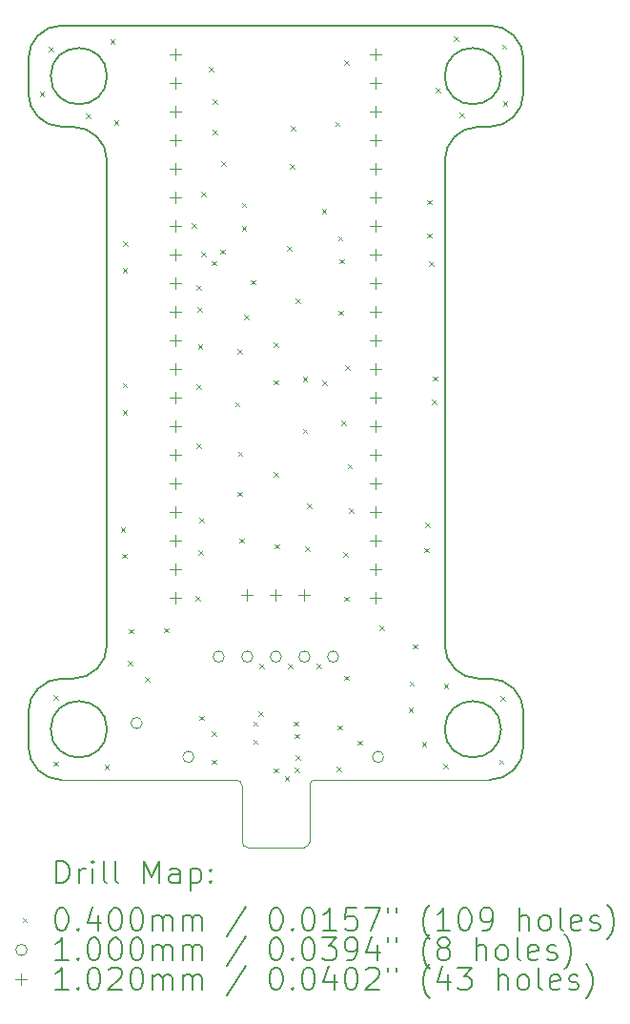
<source format=gbr>
%TF.GenerationSoftware,KiCad,Pcbnew,8.99.0-unknown-120b06f916~181~ubuntu22.04.1*%
%TF.CreationDate,2024-11-21T04:21:53-08:00*%
%TF.ProjectId,gb_video_pico_breakout,67625f76-6964-4656-9f5f-7069636f5f62,rev?*%
%TF.SameCoordinates,Original*%
%TF.FileFunction,Drillmap*%
%TF.FilePolarity,Positive*%
%FSLAX45Y45*%
G04 Gerber Fmt 4.5, Leading zero omitted, Abs format (unit mm)*
G04 Created by KiCad (PCBNEW 8.99.0-unknown-120b06f916~181~ubuntu22.04.1) date 2024-11-21 04:21:53*
%MOMM*%
%LPD*%
G01*
G04 APERTURE LIST*
%ADD10C,0.200000*%
%ADD11C,0.100000*%
%ADD12C,0.102000*%
G04 APERTURE END LIST*
D10*
X13492132Y-6050000D02*
G75*
G02*
X12992132Y-6050000I-250000J0D01*
G01*
X12992132Y-6050000D02*
G75*
G02*
X13492132Y-6050000I250000J0D01*
G01*
X16892132Y-5600000D02*
X13092132Y-5600000D01*
X13092132Y-6500000D02*
G75*
G02*
X12792130Y-6200000I-2J300000D01*
G01*
X13192132Y-11400000D02*
X13092132Y-11400000D01*
X12792132Y-5900000D02*
G75*
G02*
X13092132Y-5600002I299998J0D01*
G01*
X13192132Y-6500000D02*
G75*
G02*
X13492130Y-6800000I-2J-300000D01*
G01*
X16792132Y-11400000D02*
X16892132Y-11400000D01*
X16892132Y-5600000D02*
G75*
G02*
X17192130Y-5900000I-2J-300000D01*
G01*
X16892132Y-11400000D02*
G75*
G02*
X17192130Y-11700000I-2J-300000D01*
G01*
X12792132Y-6200000D02*
X12792132Y-5900000D01*
X13492132Y-6800000D02*
X13492132Y-11100000D01*
D11*
X14742132Y-12900000D02*
G75*
G02*
X14692130Y-12850000I-2J50000D01*
G01*
X14742132Y-12900000D02*
X15242132Y-12900000D01*
D10*
X17192132Y-12000000D02*
G75*
G02*
X16892132Y-12300002I-300002J0D01*
G01*
D11*
X15342132Y-12300000D02*
X16892132Y-12300000D01*
D10*
X12792132Y-12000000D02*
X12792132Y-11700000D01*
D11*
X14642132Y-12300000D02*
G75*
G02*
X14692130Y-12350000I-2J-50000D01*
G01*
D10*
X16792132Y-6500000D02*
X16892132Y-6500000D01*
X12792132Y-11700000D02*
G75*
G02*
X13092132Y-11400002I299998J0D01*
G01*
D11*
X13092132Y-12300000D02*
X14642132Y-12300000D01*
D10*
X13492132Y-11100000D02*
G75*
G02*
X13192132Y-11400002I-300002J0D01*
G01*
X13492132Y-11850000D02*
G75*
G02*
X12992132Y-11850000I-250000J0D01*
G01*
X12992132Y-11850000D02*
G75*
G02*
X13492132Y-11850000I250000J0D01*
G01*
X16492132Y-6800000D02*
X16492132Y-11100000D01*
X16492132Y-6800000D02*
G75*
G02*
X16792132Y-6500002I299998J0D01*
G01*
X17192132Y-5900000D02*
X17192132Y-6200000D01*
X17192132Y-12000000D02*
X17192132Y-11700000D01*
D11*
X15292132Y-12850000D02*
X15292132Y-12350000D01*
D10*
X16992132Y-6050000D02*
G75*
G02*
X16492132Y-6050000I-250000J0D01*
G01*
X16492132Y-6050000D02*
G75*
G02*
X16992132Y-6050000I250000J0D01*
G01*
D11*
X15292132Y-12850000D02*
G75*
G02*
X15242132Y-12900002I-50002J0D01*
G01*
D10*
X16792132Y-11400000D02*
G75*
G02*
X16492130Y-11100000I-2J300000D01*
G01*
X17192132Y-6200000D02*
G75*
G02*
X16892132Y-6500002I-300002J0D01*
G01*
X13092132Y-12300000D02*
G75*
G02*
X12792130Y-12000000I-2J300000D01*
G01*
D11*
X14692132Y-12850000D02*
X14692132Y-12350000D01*
X15292132Y-12350000D02*
G75*
G02*
X15342132Y-12300002I49998J0D01*
G01*
D10*
X13192132Y-6500000D02*
X13092132Y-6500000D01*
X16992132Y-11850000D02*
G75*
G02*
X16492132Y-11850000I-250000J0D01*
G01*
X16492132Y-11850000D02*
G75*
G02*
X16992132Y-11850000I250000J0D01*
G01*
D11*
X12895000Y-6190000D02*
X12935000Y-6230000D01*
X12935000Y-6190000D02*
X12895000Y-6230000D01*
X12975000Y-5790000D02*
X13015000Y-5830000D01*
X13015000Y-5790000D02*
X12975000Y-5830000D01*
X13015000Y-11550000D02*
X13055000Y-11590000D01*
X13055000Y-11550000D02*
X13015000Y-11590000D01*
X13015000Y-12135000D02*
X13055000Y-12175000D01*
X13055000Y-12135000D02*
X13015000Y-12175000D01*
X13305000Y-6385000D02*
X13345000Y-6425000D01*
X13345000Y-6385000D02*
X13305000Y-6425000D01*
X13470000Y-12165000D02*
X13510000Y-12205000D01*
X13510000Y-12165000D02*
X13470000Y-12205000D01*
X13520000Y-5725000D02*
X13560000Y-5765000D01*
X13560000Y-5725000D02*
X13520000Y-5765000D01*
X13555000Y-6445000D02*
X13595000Y-6485000D01*
X13595000Y-6445000D02*
X13555000Y-6485000D01*
X13615000Y-10060000D02*
X13655000Y-10100000D01*
X13655000Y-10060000D02*
X13615000Y-10100000D01*
X13625000Y-10290000D02*
X13665000Y-10330000D01*
X13665000Y-10290000D02*
X13625000Y-10330000D01*
X13630000Y-7755000D02*
X13670000Y-7795000D01*
X13670000Y-7755000D02*
X13630000Y-7795000D01*
X13630000Y-8775000D02*
X13670000Y-8815000D01*
X13670000Y-8775000D02*
X13630000Y-8815000D01*
X13630000Y-9015000D02*
X13670000Y-9055000D01*
X13670000Y-9015000D02*
X13630000Y-9055000D01*
X13635000Y-7515000D02*
X13675000Y-7555000D01*
X13675000Y-7515000D02*
X13635000Y-7555000D01*
X13680000Y-11240000D02*
X13720000Y-11280000D01*
X13720000Y-11240000D02*
X13680000Y-11280000D01*
X13685000Y-10960000D02*
X13725000Y-11000000D01*
X13725000Y-10960000D02*
X13685000Y-11000000D01*
X13830000Y-11385000D02*
X13870000Y-11425000D01*
X13870000Y-11385000D02*
X13830000Y-11425000D01*
X14000000Y-10950000D02*
X14040000Y-10990000D01*
X14040000Y-10950000D02*
X14000000Y-10990000D01*
X14245000Y-7355000D02*
X14285000Y-7395000D01*
X14285000Y-7355000D02*
X14245000Y-7395000D01*
X14280000Y-10665000D02*
X14320000Y-10705000D01*
X14320000Y-10665000D02*
X14280000Y-10705000D01*
X14285000Y-7905000D02*
X14325000Y-7945000D01*
X14325000Y-7905000D02*
X14285000Y-7945000D01*
X14285000Y-9315000D02*
X14325000Y-9355000D01*
X14325000Y-9315000D02*
X14285000Y-9355000D01*
X14290000Y-8790000D02*
X14330000Y-8830000D01*
X14330000Y-8790000D02*
X14290000Y-8830000D01*
X14295000Y-8100000D02*
X14335000Y-8140000D01*
X14335000Y-8100000D02*
X14295000Y-8140000D01*
X14300000Y-8430000D02*
X14340000Y-8470000D01*
X14340000Y-8430000D02*
X14300000Y-8470000D01*
X14305000Y-10260000D02*
X14345000Y-10300000D01*
X14345000Y-10260000D02*
X14305000Y-10300000D01*
X14310000Y-9970000D02*
X14350000Y-10010000D01*
X14350000Y-9970000D02*
X14310000Y-10010000D01*
X14315000Y-11730000D02*
X14355000Y-11770000D01*
X14355000Y-11730000D02*
X14315000Y-11770000D01*
X14330000Y-7080000D02*
X14370000Y-7120000D01*
X14370000Y-7080000D02*
X14330000Y-7120000D01*
X14330000Y-7610000D02*
X14370000Y-7650000D01*
X14370000Y-7610000D02*
X14330000Y-7650000D01*
X14400000Y-5970000D02*
X14440000Y-6010000D01*
X14440000Y-5970000D02*
X14400000Y-6010000D01*
X14420000Y-7690000D02*
X14460000Y-7730000D01*
X14460000Y-7690000D02*
X14420000Y-7730000D01*
X14425000Y-11870000D02*
X14465000Y-11910000D01*
X14465000Y-11870000D02*
X14425000Y-11910000D01*
X14425000Y-12120000D02*
X14465000Y-12160000D01*
X14465000Y-12120000D02*
X14425000Y-12160000D01*
X14430000Y-6255000D02*
X14470000Y-6295000D01*
X14470000Y-6255000D02*
X14430000Y-6295000D01*
X14430000Y-6525000D02*
X14470000Y-6565000D01*
X14470000Y-6525000D02*
X14430000Y-6565000D01*
X14500000Y-7590000D02*
X14540000Y-7630000D01*
X14540000Y-7590000D02*
X14500000Y-7630000D01*
X14505000Y-6805000D02*
X14545000Y-6845000D01*
X14545000Y-6805000D02*
X14505000Y-6845000D01*
X14630000Y-8945000D02*
X14670000Y-8985000D01*
X14670000Y-8945000D02*
X14630000Y-8985000D01*
X14650000Y-8475000D02*
X14690000Y-8515000D01*
X14690000Y-8475000D02*
X14650000Y-8515000D01*
X14650000Y-9740000D02*
X14690000Y-9780000D01*
X14690000Y-9740000D02*
X14650000Y-9780000D01*
X14655000Y-9385000D02*
X14695000Y-9425000D01*
X14695000Y-9385000D02*
X14655000Y-9425000D01*
X14665000Y-10155000D02*
X14705000Y-10195000D01*
X14705000Y-10155000D02*
X14665000Y-10195000D01*
X14690000Y-7175000D02*
X14730000Y-7215000D01*
X14730000Y-7175000D02*
X14690000Y-7215000D01*
X14690000Y-7380000D02*
X14730000Y-7420000D01*
X14730000Y-7380000D02*
X14690000Y-7420000D01*
X14710000Y-8170000D02*
X14750000Y-8210000D01*
X14750000Y-8170000D02*
X14710000Y-8210000D01*
X14770000Y-7860000D02*
X14810000Y-7900000D01*
X14810000Y-7860000D02*
X14770000Y-7900000D01*
X14790000Y-11780000D02*
X14830000Y-11820000D01*
X14830000Y-11780000D02*
X14790000Y-11820000D01*
X14790000Y-11940000D02*
X14830000Y-11980000D01*
X14830000Y-11940000D02*
X14790000Y-11980000D01*
X14840000Y-11690000D02*
X14880000Y-11730000D01*
X14880000Y-11690000D02*
X14840000Y-11730000D01*
X14845000Y-11265000D02*
X14885000Y-11305000D01*
X14885000Y-11265000D02*
X14845000Y-11305000D01*
X14970000Y-8415000D02*
X15010000Y-8455000D01*
X15010000Y-8415000D02*
X14970000Y-8455000D01*
X14970000Y-8750000D02*
X15010000Y-8790000D01*
X15010000Y-8750000D02*
X14970000Y-8790000D01*
X14971583Y-12195000D02*
X15011583Y-12235000D01*
X15011583Y-12195000D02*
X14971583Y-12235000D01*
X14975000Y-9565000D02*
X15015000Y-9605000D01*
X15015000Y-9565000D02*
X14975000Y-9605000D01*
X14980000Y-10205000D02*
X15020000Y-10245000D01*
X15020000Y-10205000D02*
X14980000Y-10245000D01*
X15070000Y-12265000D02*
X15110000Y-12305000D01*
X15110000Y-12265000D02*
X15070000Y-12305000D01*
X15090000Y-7560000D02*
X15130000Y-7600000D01*
X15130000Y-7560000D02*
X15090000Y-7600000D01*
X15100000Y-11270000D02*
X15140000Y-11310000D01*
X15140000Y-11270000D02*
X15100000Y-11310000D01*
X15115000Y-6830000D02*
X15155000Y-6870000D01*
X15155000Y-6830000D02*
X15115000Y-6870000D01*
X15125000Y-6495000D02*
X15165000Y-6535000D01*
X15165000Y-6495000D02*
X15125000Y-6535000D01*
X15150000Y-11780000D02*
X15190000Y-11820000D01*
X15190000Y-11780000D02*
X15150000Y-11820000D01*
X15160000Y-11890000D02*
X15200000Y-11930000D01*
X15200000Y-11890000D02*
X15160000Y-11930000D01*
X15160000Y-12190000D02*
X15200000Y-12230000D01*
X15200000Y-12190000D02*
X15160000Y-12230000D01*
X15165000Y-8025000D02*
X15205000Y-8065000D01*
X15205000Y-8025000D02*
X15165000Y-8065000D01*
X15165000Y-12080000D02*
X15205000Y-12120000D01*
X15205000Y-12080000D02*
X15165000Y-12120000D01*
X15230000Y-8720000D02*
X15270000Y-8760000D01*
X15270000Y-8720000D02*
X15230000Y-8760000D01*
X15230000Y-9180000D02*
X15270000Y-9220000D01*
X15270000Y-9180000D02*
X15230000Y-9220000D01*
X15250000Y-10225000D02*
X15290000Y-10265000D01*
X15290000Y-10225000D02*
X15250000Y-10265000D01*
X15270000Y-9845000D02*
X15310000Y-9885000D01*
X15310000Y-9845000D02*
X15270000Y-9885000D01*
X15355000Y-11270000D02*
X15395000Y-11310000D01*
X15395000Y-11270000D02*
X15355000Y-11310000D01*
X15400000Y-7230000D02*
X15440000Y-7270000D01*
X15440000Y-7230000D02*
X15400000Y-7270000D01*
X15405000Y-8755000D02*
X15445000Y-8795000D01*
X15445000Y-8755000D02*
X15405000Y-8795000D01*
X15520000Y-6455000D02*
X15560000Y-6495000D01*
X15560000Y-6455000D02*
X15520000Y-6495000D01*
X15530000Y-12185000D02*
X15570000Y-12225000D01*
X15570000Y-12185000D02*
X15530000Y-12225000D01*
X15540000Y-11815000D02*
X15580000Y-11855000D01*
X15580000Y-11815000D02*
X15540000Y-11855000D01*
X15545000Y-7470000D02*
X15585000Y-7510000D01*
X15585000Y-7470000D02*
X15545000Y-7510000D01*
X15550000Y-8130000D02*
X15590000Y-8170000D01*
X15590000Y-8130000D02*
X15550000Y-8170000D01*
X15555000Y-7675000D02*
X15595000Y-7715000D01*
X15595000Y-7675000D02*
X15555000Y-7715000D01*
X15575000Y-9110000D02*
X15615000Y-9150000D01*
X15615000Y-9110000D02*
X15575000Y-9150000D01*
X15590000Y-10280000D02*
X15630000Y-10320000D01*
X15630000Y-10280000D02*
X15590000Y-10320000D01*
X15600000Y-5910000D02*
X15640000Y-5950000D01*
X15640000Y-5910000D02*
X15600000Y-5950000D01*
X15600000Y-10670000D02*
X15640000Y-10710000D01*
X15640000Y-10670000D02*
X15600000Y-10710000D01*
X15600000Y-11375000D02*
X15640000Y-11415000D01*
X15640000Y-11375000D02*
X15600000Y-11415000D01*
X15605000Y-8615000D02*
X15645000Y-8655000D01*
X15645000Y-8615000D02*
X15605000Y-8655000D01*
X15630000Y-9495000D02*
X15670000Y-9535000D01*
X15670000Y-9495000D02*
X15630000Y-9535000D01*
X15640000Y-9890000D02*
X15680000Y-9930000D01*
X15680000Y-9890000D02*
X15640000Y-9930000D01*
X15720000Y-11950000D02*
X15760000Y-11990000D01*
X15760000Y-11950000D02*
X15720000Y-11990000D01*
X15915000Y-10930000D02*
X15955000Y-10970000D01*
X15955000Y-10930000D02*
X15915000Y-10970000D01*
X16170000Y-11660000D02*
X16210000Y-11700000D01*
X16210000Y-11660000D02*
X16170000Y-11700000D01*
X16180000Y-11425000D02*
X16220000Y-11465000D01*
X16220000Y-11425000D02*
X16180000Y-11465000D01*
X16210000Y-11095000D02*
X16250000Y-11135000D01*
X16250000Y-11095000D02*
X16210000Y-11135000D01*
X16290000Y-11960000D02*
X16330000Y-12000000D01*
X16330000Y-11960000D02*
X16290000Y-12000000D01*
X16310000Y-10240000D02*
X16350000Y-10280000D01*
X16350000Y-10240000D02*
X16310000Y-10280000D01*
X16320000Y-10015000D02*
X16360000Y-10055000D01*
X16360000Y-10015000D02*
X16320000Y-10055000D01*
X16335000Y-7150000D02*
X16375000Y-7190000D01*
X16375000Y-7150000D02*
X16335000Y-7190000D01*
X16335000Y-7445000D02*
X16375000Y-7485000D01*
X16375000Y-7445000D02*
X16335000Y-7485000D01*
X16355000Y-7695000D02*
X16395000Y-7735000D01*
X16395000Y-7695000D02*
X16355000Y-7735000D01*
X16380000Y-8920000D02*
X16420000Y-8960000D01*
X16420000Y-8920000D02*
X16380000Y-8960000D01*
X16385000Y-8715000D02*
X16425000Y-8755000D01*
X16425000Y-8715000D02*
X16385000Y-8755000D01*
X16415000Y-6155000D02*
X16455000Y-6195000D01*
X16455000Y-6155000D02*
X16415000Y-6195000D01*
X16480000Y-12155000D02*
X16520000Y-12195000D01*
X16520000Y-12155000D02*
X16480000Y-12195000D01*
X16485000Y-11445000D02*
X16525000Y-11485000D01*
X16525000Y-11445000D02*
X16485000Y-11485000D01*
X16575000Y-5700000D02*
X16615000Y-5740000D01*
X16615000Y-5700000D02*
X16575000Y-5740000D01*
X16625000Y-6375000D02*
X16665000Y-6415000D01*
X16665000Y-6375000D02*
X16625000Y-6415000D01*
X16975000Y-12120000D02*
X17015000Y-12160000D01*
X17015000Y-12120000D02*
X16975000Y-12160000D01*
X16985000Y-11555000D02*
X17025000Y-11595000D01*
X17025000Y-11555000D02*
X16985000Y-11595000D01*
X17000000Y-5770000D02*
X17040000Y-5810000D01*
X17040000Y-5770000D02*
X17000000Y-5810000D01*
X17010000Y-6275000D02*
X17050000Y-6315000D01*
X17050000Y-6275000D02*
X17010000Y-6315000D01*
X13805000Y-11795000D02*
G75*
G02*
X13705000Y-11795000I-50000J0D01*
G01*
X13705000Y-11795000D02*
G75*
G02*
X13805000Y-11795000I50000J0D01*
G01*
X14265000Y-12095000D02*
G75*
G02*
X14165000Y-12095000I-50000J0D01*
G01*
X14165000Y-12095000D02*
G75*
G02*
X14265000Y-12095000I50000J0D01*
G01*
X14534083Y-11205000D02*
G75*
G02*
X14434083Y-11205000I-50000J0D01*
G01*
X14434083Y-11205000D02*
G75*
G02*
X14534083Y-11205000I50000J0D01*
G01*
X14788083Y-11205000D02*
G75*
G02*
X14688083Y-11205000I-50000J0D01*
G01*
X14688083Y-11205000D02*
G75*
G02*
X14788083Y-11205000I50000J0D01*
G01*
X15042083Y-11205000D02*
G75*
G02*
X14942083Y-11205000I-50000J0D01*
G01*
X14942083Y-11205000D02*
G75*
G02*
X15042083Y-11205000I50000J0D01*
G01*
X15296083Y-11205000D02*
G75*
G02*
X15196083Y-11205000I-50000J0D01*
G01*
X15196083Y-11205000D02*
G75*
G02*
X15296083Y-11205000I50000J0D01*
G01*
X15550083Y-11205000D02*
G75*
G02*
X15450083Y-11205000I-50000J0D01*
G01*
X15450083Y-11205000D02*
G75*
G02*
X15550083Y-11205000I50000J0D01*
G01*
X15950000Y-12095000D02*
G75*
G02*
X15850000Y-12095000I-50000J0D01*
G01*
X15850000Y-12095000D02*
G75*
G02*
X15950000Y-12095000I50000J0D01*
G01*
D12*
X14102583Y-5806000D02*
X14102583Y-5908000D01*
X14051583Y-5857000D02*
X14153583Y-5857000D01*
X14102583Y-6060000D02*
X14102583Y-6162000D01*
X14051583Y-6111000D02*
X14153583Y-6111000D01*
X14102583Y-6314000D02*
X14102583Y-6416000D01*
X14051583Y-6365000D02*
X14153583Y-6365000D01*
X14102583Y-6568000D02*
X14102583Y-6670000D01*
X14051583Y-6619000D02*
X14153583Y-6619000D01*
X14102583Y-6822000D02*
X14102583Y-6924000D01*
X14051583Y-6873000D02*
X14153583Y-6873000D01*
X14102583Y-7076000D02*
X14102583Y-7178000D01*
X14051583Y-7127000D02*
X14153583Y-7127000D01*
X14102583Y-7330000D02*
X14102583Y-7432000D01*
X14051583Y-7381000D02*
X14153583Y-7381000D01*
X14102583Y-7584000D02*
X14102583Y-7686000D01*
X14051583Y-7635000D02*
X14153583Y-7635000D01*
X14102583Y-7838000D02*
X14102583Y-7940000D01*
X14051583Y-7889000D02*
X14153583Y-7889000D01*
X14102583Y-8092000D02*
X14102583Y-8194000D01*
X14051583Y-8143000D02*
X14153583Y-8143000D01*
X14102583Y-8346000D02*
X14102583Y-8448000D01*
X14051583Y-8397000D02*
X14153583Y-8397000D01*
X14102583Y-8600000D02*
X14102583Y-8702000D01*
X14051583Y-8651000D02*
X14153583Y-8651000D01*
X14102583Y-8854000D02*
X14102583Y-8956000D01*
X14051583Y-8905000D02*
X14153583Y-8905000D01*
X14102583Y-9108000D02*
X14102583Y-9210000D01*
X14051583Y-9159000D02*
X14153583Y-9159000D01*
X14102583Y-9362000D02*
X14102583Y-9464000D01*
X14051583Y-9413000D02*
X14153583Y-9413000D01*
X14102583Y-9616000D02*
X14102583Y-9718000D01*
X14051583Y-9667000D02*
X14153583Y-9667000D01*
X14102583Y-9870000D02*
X14102583Y-9972000D01*
X14051583Y-9921000D02*
X14153583Y-9921000D01*
X14102583Y-10124000D02*
X14102583Y-10226000D01*
X14051583Y-10175000D02*
X14153583Y-10175000D01*
X14102583Y-10378000D02*
X14102583Y-10480000D01*
X14051583Y-10429000D02*
X14153583Y-10429000D01*
X14102583Y-10632000D02*
X14102583Y-10734000D01*
X14051583Y-10683000D02*
X14153583Y-10683000D01*
X14737583Y-10609000D02*
X14737583Y-10711000D01*
X14686583Y-10660000D02*
X14788583Y-10660000D01*
X14991583Y-10609000D02*
X14991583Y-10711000D01*
X14940583Y-10660000D02*
X15042583Y-10660000D01*
X15245583Y-10609000D02*
X15245583Y-10711000D01*
X15194583Y-10660000D02*
X15296583Y-10660000D01*
X15880583Y-5806000D02*
X15880583Y-5908000D01*
X15829583Y-5857000D02*
X15931583Y-5857000D01*
X15880583Y-6060000D02*
X15880583Y-6162000D01*
X15829583Y-6111000D02*
X15931583Y-6111000D01*
X15880583Y-6314000D02*
X15880583Y-6416000D01*
X15829583Y-6365000D02*
X15931583Y-6365000D01*
X15880583Y-6568000D02*
X15880583Y-6670000D01*
X15829583Y-6619000D02*
X15931583Y-6619000D01*
X15880583Y-6822000D02*
X15880583Y-6924000D01*
X15829583Y-6873000D02*
X15931583Y-6873000D01*
X15880583Y-7076000D02*
X15880583Y-7178000D01*
X15829583Y-7127000D02*
X15931583Y-7127000D01*
X15880583Y-7330000D02*
X15880583Y-7432000D01*
X15829583Y-7381000D02*
X15931583Y-7381000D01*
X15880583Y-7584000D02*
X15880583Y-7686000D01*
X15829583Y-7635000D02*
X15931583Y-7635000D01*
X15880583Y-7838000D02*
X15880583Y-7940000D01*
X15829583Y-7889000D02*
X15931583Y-7889000D01*
X15880583Y-8092000D02*
X15880583Y-8194000D01*
X15829583Y-8143000D02*
X15931583Y-8143000D01*
X15880583Y-8346000D02*
X15880583Y-8448000D01*
X15829583Y-8397000D02*
X15931583Y-8397000D01*
X15880583Y-8600000D02*
X15880583Y-8702000D01*
X15829583Y-8651000D02*
X15931583Y-8651000D01*
X15880583Y-8854000D02*
X15880583Y-8956000D01*
X15829583Y-8905000D02*
X15931583Y-8905000D01*
X15880583Y-9108000D02*
X15880583Y-9210000D01*
X15829583Y-9159000D02*
X15931583Y-9159000D01*
X15880583Y-9362000D02*
X15880583Y-9464000D01*
X15829583Y-9413000D02*
X15931583Y-9413000D01*
X15880583Y-9616000D02*
X15880583Y-9718000D01*
X15829583Y-9667000D02*
X15931583Y-9667000D01*
X15880583Y-9870000D02*
X15880583Y-9972000D01*
X15829583Y-9921000D02*
X15931583Y-9921000D01*
X15880583Y-10124000D02*
X15880583Y-10226000D01*
X15829583Y-10175000D02*
X15931583Y-10175000D01*
X15880583Y-10378000D02*
X15880583Y-10480000D01*
X15829583Y-10429000D02*
X15931583Y-10429000D01*
X15880583Y-10632000D02*
X15880583Y-10734000D01*
X15829583Y-10683000D02*
X15931583Y-10683000D01*
D10*
X13042909Y-13216484D02*
X13042909Y-13016484D01*
X13042909Y-13016484D02*
X13090528Y-13016484D01*
X13090528Y-13016484D02*
X13119099Y-13026008D01*
X13119099Y-13026008D02*
X13138147Y-13045055D01*
X13138147Y-13045055D02*
X13147671Y-13064103D01*
X13147671Y-13064103D02*
X13157194Y-13102198D01*
X13157194Y-13102198D02*
X13157194Y-13130769D01*
X13157194Y-13130769D02*
X13147671Y-13168865D01*
X13147671Y-13168865D02*
X13138147Y-13187912D01*
X13138147Y-13187912D02*
X13119099Y-13206960D01*
X13119099Y-13206960D02*
X13090528Y-13216484D01*
X13090528Y-13216484D02*
X13042909Y-13216484D01*
X13242909Y-13216484D02*
X13242909Y-13083150D01*
X13242909Y-13121246D02*
X13252433Y-13102198D01*
X13252433Y-13102198D02*
X13261956Y-13092674D01*
X13261956Y-13092674D02*
X13281004Y-13083150D01*
X13281004Y-13083150D02*
X13300052Y-13083150D01*
X13366718Y-13216484D02*
X13366718Y-13083150D01*
X13366718Y-13016484D02*
X13357194Y-13026008D01*
X13357194Y-13026008D02*
X13366718Y-13035531D01*
X13366718Y-13035531D02*
X13376242Y-13026008D01*
X13376242Y-13026008D02*
X13366718Y-13016484D01*
X13366718Y-13016484D02*
X13366718Y-13035531D01*
X13490528Y-13216484D02*
X13471480Y-13206960D01*
X13471480Y-13206960D02*
X13461956Y-13187912D01*
X13461956Y-13187912D02*
X13461956Y-13016484D01*
X13595290Y-13216484D02*
X13576242Y-13206960D01*
X13576242Y-13206960D02*
X13566718Y-13187912D01*
X13566718Y-13187912D02*
X13566718Y-13016484D01*
X13823861Y-13216484D02*
X13823861Y-13016484D01*
X13823861Y-13016484D02*
X13890528Y-13159341D01*
X13890528Y-13159341D02*
X13957194Y-13016484D01*
X13957194Y-13016484D02*
X13957194Y-13216484D01*
X14138147Y-13216484D02*
X14138147Y-13111722D01*
X14138147Y-13111722D02*
X14128623Y-13092674D01*
X14128623Y-13092674D02*
X14109575Y-13083150D01*
X14109575Y-13083150D02*
X14071480Y-13083150D01*
X14071480Y-13083150D02*
X14052433Y-13092674D01*
X14138147Y-13206960D02*
X14119099Y-13216484D01*
X14119099Y-13216484D02*
X14071480Y-13216484D01*
X14071480Y-13216484D02*
X14052433Y-13206960D01*
X14052433Y-13206960D02*
X14042909Y-13187912D01*
X14042909Y-13187912D02*
X14042909Y-13168865D01*
X14042909Y-13168865D02*
X14052433Y-13149817D01*
X14052433Y-13149817D02*
X14071480Y-13140293D01*
X14071480Y-13140293D02*
X14119099Y-13140293D01*
X14119099Y-13140293D02*
X14138147Y-13130769D01*
X14233385Y-13083150D02*
X14233385Y-13283150D01*
X14233385Y-13092674D02*
X14252433Y-13083150D01*
X14252433Y-13083150D02*
X14290528Y-13083150D01*
X14290528Y-13083150D02*
X14309575Y-13092674D01*
X14309575Y-13092674D02*
X14319099Y-13102198D01*
X14319099Y-13102198D02*
X14328623Y-13121246D01*
X14328623Y-13121246D02*
X14328623Y-13178388D01*
X14328623Y-13178388D02*
X14319099Y-13197436D01*
X14319099Y-13197436D02*
X14309575Y-13206960D01*
X14309575Y-13206960D02*
X14290528Y-13216484D01*
X14290528Y-13216484D02*
X14252433Y-13216484D01*
X14252433Y-13216484D02*
X14233385Y-13206960D01*
X14414337Y-13197436D02*
X14423861Y-13206960D01*
X14423861Y-13206960D02*
X14414337Y-13216484D01*
X14414337Y-13216484D02*
X14404814Y-13206960D01*
X14404814Y-13206960D02*
X14414337Y-13197436D01*
X14414337Y-13197436D02*
X14414337Y-13216484D01*
X14414337Y-13092674D02*
X14423861Y-13102198D01*
X14423861Y-13102198D02*
X14414337Y-13111722D01*
X14414337Y-13111722D02*
X14404814Y-13102198D01*
X14404814Y-13102198D02*
X14414337Y-13092674D01*
X14414337Y-13092674D02*
X14414337Y-13111722D01*
D11*
X12742132Y-13525000D02*
X12782132Y-13565000D01*
X12782132Y-13525000D02*
X12742132Y-13565000D01*
D10*
X13081004Y-13436484D02*
X13100052Y-13436484D01*
X13100052Y-13436484D02*
X13119099Y-13446008D01*
X13119099Y-13446008D02*
X13128623Y-13455531D01*
X13128623Y-13455531D02*
X13138147Y-13474579D01*
X13138147Y-13474579D02*
X13147671Y-13512674D01*
X13147671Y-13512674D02*
X13147671Y-13560293D01*
X13147671Y-13560293D02*
X13138147Y-13598388D01*
X13138147Y-13598388D02*
X13128623Y-13617436D01*
X13128623Y-13617436D02*
X13119099Y-13626960D01*
X13119099Y-13626960D02*
X13100052Y-13636484D01*
X13100052Y-13636484D02*
X13081004Y-13636484D01*
X13081004Y-13636484D02*
X13061956Y-13626960D01*
X13061956Y-13626960D02*
X13052433Y-13617436D01*
X13052433Y-13617436D02*
X13042909Y-13598388D01*
X13042909Y-13598388D02*
X13033385Y-13560293D01*
X13033385Y-13560293D02*
X13033385Y-13512674D01*
X13033385Y-13512674D02*
X13042909Y-13474579D01*
X13042909Y-13474579D02*
X13052433Y-13455531D01*
X13052433Y-13455531D02*
X13061956Y-13446008D01*
X13061956Y-13446008D02*
X13081004Y-13436484D01*
X13233385Y-13617436D02*
X13242909Y-13626960D01*
X13242909Y-13626960D02*
X13233385Y-13636484D01*
X13233385Y-13636484D02*
X13223861Y-13626960D01*
X13223861Y-13626960D02*
X13233385Y-13617436D01*
X13233385Y-13617436D02*
X13233385Y-13636484D01*
X13414337Y-13503150D02*
X13414337Y-13636484D01*
X13366718Y-13426960D02*
X13319099Y-13569817D01*
X13319099Y-13569817D02*
X13442909Y-13569817D01*
X13557194Y-13436484D02*
X13576242Y-13436484D01*
X13576242Y-13436484D02*
X13595290Y-13446008D01*
X13595290Y-13446008D02*
X13604814Y-13455531D01*
X13604814Y-13455531D02*
X13614337Y-13474579D01*
X13614337Y-13474579D02*
X13623861Y-13512674D01*
X13623861Y-13512674D02*
X13623861Y-13560293D01*
X13623861Y-13560293D02*
X13614337Y-13598388D01*
X13614337Y-13598388D02*
X13604814Y-13617436D01*
X13604814Y-13617436D02*
X13595290Y-13626960D01*
X13595290Y-13626960D02*
X13576242Y-13636484D01*
X13576242Y-13636484D02*
X13557194Y-13636484D01*
X13557194Y-13636484D02*
X13538147Y-13626960D01*
X13538147Y-13626960D02*
X13528623Y-13617436D01*
X13528623Y-13617436D02*
X13519099Y-13598388D01*
X13519099Y-13598388D02*
X13509575Y-13560293D01*
X13509575Y-13560293D02*
X13509575Y-13512674D01*
X13509575Y-13512674D02*
X13519099Y-13474579D01*
X13519099Y-13474579D02*
X13528623Y-13455531D01*
X13528623Y-13455531D02*
X13538147Y-13446008D01*
X13538147Y-13446008D02*
X13557194Y-13436484D01*
X13747671Y-13436484D02*
X13766718Y-13436484D01*
X13766718Y-13436484D02*
X13785766Y-13446008D01*
X13785766Y-13446008D02*
X13795290Y-13455531D01*
X13795290Y-13455531D02*
X13804814Y-13474579D01*
X13804814Y-13474579D02*
X13814337Y-13512674D01*
X13814337Y-13512674D02*
X13814337Y-13560293D01*
X13814337Y-13560293D02*
X13804814Y-13598388D01*
X13804814Y-13598388D02*
X13795290Y-13617436D01*
X13795290Y-13617436D02*
X13785766Y-13626960D01*
X13785766Y-13626960D02*
X13766718Y-13636484D01*
X13766718Y-13636484D02*
X13747671Y-13636484D01*
X13747671Y-13636484D02*
X13728623Y-13626960D01*
X13728623Y-13626960D02*
X13719099Y-13617436D01*
X13719099Y-13617436D02*
X13709575Y-13598388D01*
X13709575Y-13598388D02*
X13700052Y-13560293D01*
X13700052Y-13560293D02*
X13700052Y-13512674D01*
X13700052Y-13512674D02*
X13709575Y-13474579D01*
X13709575Y-13474579D02*
X13719099Y-13455531D01*
X13719099Y-13455531D02*
X13728623Y-13446008D01*
X13728623Y-13446008D02*
X13747671Y-13436484D01*
X13900052Y-13636484D02*
X13900052Y-13503150D01*
X13900052Y-13522198D02*
X13909575Y-13512674D01*
X13909575Y-13512674D02*
X13928623Y-13503150D01*
X13928623Y-13503150D02*
X13957195Y-13503150D01*
X13957195Y-13503150D02*
X13976242Y-13512674D01*
X13976242Y-13512674D02*
X13985766Y-13531722D01*
X13985766Y-13531722D02*
X13985766Y-13636484D01*
X13985766Y-13531722D02*
X13995290Y-13512674D01*
X13995290Y-13512674D02*
X14014337Y-13503150D01*
X14014337Y-13503150D02*
X14042909Y-13503150D01*
X14042909Y-13503150D02*
X14061956Y-13512674D01*
X14061956Y-13512674D02*
X14071480Y-13531722D01*
X14071480Y-13531722D02*
X14071480Y-13636484D01*
X14166718Y-13636484D02*
X14166718Y-13503150D01*
X14166718Y-13522198D02*
X14176242Y-13512674D01*
X14176242Y-13512674D02*
X14195290Y-13503150D01*
X14195290Y-13503150D02*
X14223861Y-13503150D01*
X14223861Y-13503150D02*
X14242909Y-13512674D01*
X14242909Y-13512674D02*
X14252433Y-13531722D01*
X14252433Y-13531722D02*
X14252433Y-13636484D01*
X14252433Y-13531722D02*
X14261956Y-13512674D01*
X14261956Y-13512674D02*
X14281004Y-13503150D01*
X14281004Y-13503150D02*
X14309575Y-13503150D01*
X14309575Y-13503150D02*
X14328623Y-13512674D01*
X14328623Y-13512674D02*
X14338147Y-13531722D01*
X14338147Y-13531722D02*
X14338147Y-13636484D01*
X14728623Y-13426960D02*
X14557195Y-13684103D01*
X14985766Y-13436484D02*
X15004814Y-13436484D01*
X15004814Y-13436484D02*
X15023861Y-13446008D01*
X15023861Y-13446008D02*
X15033385Y-13455531D01*
X15033385Y-13455531D02*
X15042909Y-13474579D01*
X15042909Y-13474579D02*
X15052433Y-13512674D01*
X15052433Y-13512674D02*
X15052433Y-13560293D01*
X15052433Y-13560293D02*
X15042909Y-13598388D01*
X15042909Y-13598388D02*
X15033385Y-13617436D01*
X15033385Y-13617436D02*
X15023861Y-13626960D01*
X15023861Y-13626960D02*
X15004814Y-13636484D01*
X15004814Y-13636484D02*
X14985766Y-13636484D01*
X14985766Y-13636484D02*
X14966718Y-13626960D01*
X14966718Y-13626960D02*
X14957195Y-13617436D01*
X14957195Y-13617436D02*
X14947671Y-13598388D01*
X14947671Y-13598388D02*
X14938147Y-13560293D01*
X14938147Y-13560293D02*
X14938147Y-13512674D01*
X14938147Y-13512674D02*
X14947671Y-13474579D01*
X14947671Y-13474579D02*
X14957195Y-13455531D01*
X14957195Y-13455531D02*
X14966718Y-13446008D01*
X14966718Y-13446008D02*
X14985766Y-13436484D01*
X15138147Y-13617436D02*
X15147671Y-13626960D01*
X15147671Y-13626960D02*
X15138147Y-13636484D01*
X15138147Y-13636484D02*
X15128623Y-13626960D01*
X15128623Y-13626960D02*
X15138147Y-13617436D01*
X15138147Y-13617436D02*
X15138147Y-13636484D01*
X15271480Y-13436484D02*
X15290528Y-13436484D01*
X15290528Y-13436484D02*
X15309576Y-13446008D01*
X15309576Y-13446008D02*
X15319099Y-13455531D01*
X15319099Y-13455531D02*
X15328623Y-13474579D01*
X15328623Y-13474579D02*
X15338147Y-13512674D01*
X15338147Y-13512674D02*
X15338147Y-13560293D01*
X15338147Y-13560293D02*
X15328623Y-13598388D01*
X15328623Y-13598388D02*
X15319099Y-13617436D01*
X15319099Y-13617436D02*
X15309576Y-13626960D01*
X15309576Y-13626960D02*
X15290528Y-13636484D01*
X15290528Y-13636484D02*
X15271480Y-13636484D01*
X15271480Y-13636484D02*
X15252433Y-13626960D01*
X15252433Y-13626960D02*
X15242909Y-13617436D01*
X15242909Y-13617436D02*
X15233385Y-13598388D01*
X15233385Y-13598388D02*
X15223861Y-13560293D01*
X15223861Y-13560293D02*
X15223861Y-13512674D01*
X15223861Y-13512674D02*
X15233385Y-13474579D01*
X15233385Y-13474579D02*
X15242909Y-13455531D01*
X15242909Y-13455531D02*
X15252433Y-13446008D01*
X15252433Y-13446008D02*
X15271480Y-13436484D01*
X15528623Y-13636484D02*
X15414338Y-13636484D01*
X15471480Y-13636484D02*
X15471480Y-13436484D01*
X15471480Y-13436484D02*
X15452433Y-13465055D01*
X15452433Y-13465055D02*
X15433385Y-13484103D01*
X15433385Y-13484103D02*
X15414338Y-13493627D01*
X15709576Y-13436484D02*
X15614338Y-13436484D01*
X15614338Y-13436484D02*
X15604814Y-13531722D01*
X15604814Y-13531722D02*
X15614338Y-13522198D01*
X15614338Y-13522198D02*
X15633385Y-13512674D01*
X15633385Y-13512674D02*
X15681004Y-13512674D01*
X15681004Y-13512674D02*
X15700052Y-13522198D01*
X15700052Y-13522198D02*
X15709576Y-13531722D01*
X15709576Y-13531722D02*
X15719099Y-13550769D01*
X15719099Y-13550769D02*
X15719099Y-13598388D01*
X15719099Y-13598388D02*
X15709576Y-13617436D01*
X15709576Y-13617436D02*
X15700052Y-13626960D01*
X15700052Y-13626960D02*
X15681004Y-13636484D01*
X15681004Y-13636484D02*
X15633385Y-13636484D01*
X15633385Y-13636484D02*
X15614338Y-13626960D01*
X15614338Y-13626960D02*
X15604814Y-13617436D01*
X15785766Y-13436484D02*
X15919099Y-13436484D01*
X15919099Y-13436484D02*
X15833385Y-13636484D01*
X15985766Y-13436484D02*
X15985766Y-13474579D01*
X16061957Y-13436484D02*
X16061957Y-13474579D01*
X16357195Y-13712674D02*
X16347671Y-13703150D01*
X16347671Y-13703150D02*
X16328623Y-13674579D01*
X16328623Y-13674579D02*
X16319100Y-13655531D01*
X16319100Y-13655531D02*
X16309576Y-13626960D01*
X16309576Y-13626960D02*
X16300052Y-13579341D01*
X16300052Y-13579341D02*
X16300052Y-13541246D01*
X16300052Y-13541246D02*
X16309576Y-13493627D01*
X16309576Y-13493627D02*
X16319100Y-13465055D01*
X16319100Y-13465055D02*
X16328623Y-13446008D01*
X16328623Y-13446008D02*
X16347671Y-13417436D01*
X16347671Y-13417436D02*
X16357195Y-13407912D01*
X16538147Y-13636484D02*
X16423861Y-13636484D01*
X16481004Y-13636484D02*
X16481004Y-13436484D01*
X16481004Y-13436484D02*
X16461957Y-13465055D01*
X16461957Y-13465055D02*
X16442909Y-13484103D01*
X16442909Y-13484103D02*
X16423861Y-13493627D01*
X16661957Y-13436484D02*
X16681004Y-13436484D01*
X16681004Y-13436484D02*
X16700052Y-13446008D01*
X16700052Y-13446008D02*
X16709576Y-13455531D01*
X16709576Y-13455531D02*
X16719100Y-13474579D01*
X16719100Y-13474579D02*
X16728623Y-13512674D01*
X16728623Y-13512674D02*
X16728623Y-13560293D01*
X16728623Y-13560293D02*
X16719100Y-13598388D01*
X16719100Y-13598388D02*
X16709576Y-13617436D01*
X16709576Y-13617436D02*
X16700052Y-13626960D01*
X16700052Y-13626960D02*
X16681004Y-13636484D01*
X16681004Y-13636484D02*
X16661957Y-13636484D01*
X16661957Y-13636484D02*
X16642909Y-13626960D01*
X16642909Y-13626960D02*
X16633385Y-13617436D01*
X16633385Y-13617436D02*
X16623861Y-13598388D01*
X16623861Y-13598388D02*
X16614338Y-13560293D01*
X16614338Y-13560293D02*
X16614338Y-13512674D01*
X16614338Y-13512674D02*
X16623861Y-13474579D01*
X16623861Y-13474579D02*
X16633385Y-13455531D01*
X16633385Y-13455531D02*
X16642909Y-13446008D01*
X16642909Y-13446008D02*
X16661957Y-13436484D01*
X16823862Y-13636484D02*
X16861957Y-13636484D01*
X16861957Y-13636484D02*
X16881004Y-13626960D01*
X16881004Y-13626960D02*
X16890528Y-13617436D01*
X16890528Y-13617436D02*
X16909576Y-13588865D01*
X16909576Y-13588865D02*
X16919100Y-13550769D01*
X16919100Y-13550769D02*
X16919100Y-13474579D01*
X16919100Y-13474579D02*
X16909576Y-13455531D01*
X16909576Y-13455531D02*
X16900052Y-13446008D01*
X16900052Y-13446008D02*
X16881004Y-13436484D01*
X16881004Y-13436484D02*
X16842909Y-13436484D01*
X16842909Y-13436484D02*
X16823862Y-13446008D01*
X16823862Y-13446008D02*
X16814338Y-13455531D01*
X16814338Y-13455531D02*
X16804814Y-13474579D01*
X16804814Y-13474579D02*
X16804814Y-13522198D01*
X16804814Y-13522198D02*
X16814338Y-13541246D01*
X16814338Y-13541246D02*
X16823862Y-13550769D01*
X16823862Y-13550769D02*
X16842909Y-13560293D01*
X16842909Y-13560293D02*
X16881004Y-13560293D01*
X16881004Y-13560293D02*
X16900052Y-13550769D01*
X16900052Y-13550769D02*
X16909576Y-13541246D01*
X16909576Y-13541246D02*
X16919100Y-13522198D01*
X17157195Y-13636484D02*
X17157195Y-13436484D01*
X17242909Y-13636484D02*
X17242909Y-13531722D01*
X17242909Y-13531722D02*
X17233385Y-13512674D01*
X17233385Y-13512674D02*
X17214338Y-13503150D01*
X17214338Y-13503150D02*
X17185766Y-13503150D01*
X17185766Y-13503150D02*
X17166719Y-13512674D01*
X17166719Y-13512674D02*
X17157195Y-13522198D01*
X17366719Y-13636484D02*
X17347671Y-13626960D01*
X17347671Y-13626960D02*
X17338147Y-13617436D01*
X17338147Y-13617436D02*
X17328624Y-13598388D01*
X17328624Y-13598388D02*
X17328624Y-13541246D01*
X17328624Y-13541246D02*
X17338147Y-13522198D01*
X17338147Y-13522198D02*
X17347671Y-13512674D01*
X17347671Y-13512674D02*
X17366719Y-13503150D01*
X17366719Y-13503150D02*
X17395290Y-13503150D01*
X17395290Y-13503150D02*
X17414338Y-13512674D01*
X17414338Y-13512674D02*
X17423862Y-13522198D01*
X17423862Y-13522198D02*
X17433385Y-13541246D01*
X17433385Y-13541246D02*
X17433385Y-13598388D01*
X17433385Y-13598388D02*
X17423862Y-13617436D01*
X17423862Y-13617436D02*
X17414338Y-13626960D01*
X17414338Y-13626960D02*
X17395290Y-13636484D01*
X17395290Y-13636484D02*
X17366719Y-13636484D01*
X17547671Y-13636484D02*
X17528624Y-13626960D01*
X17528624Y-13626960D02*
X17519100Y-13607912D01*
X17519100Y-13607912D02*
X17519100Y-13436484D01*
X17700052Y-13626960D02*
X17681005Y-13636484D01*
X17681005Y-13636484D02*
X17642909Y-13636484D01*
X17642909Y-13636484D02*
X17623862Y-13626960D01*
X17623862Y-13626960D02*
X17614338Y-13607912D01*
X17614338Y-13607912D02*
X17614338Y-13531722D01*
X17614338Y-13531722D02*
X17623862Y-13512674D01*
X17623862Y-13512674D02*
X17642909Y-13503150D01*
X17642909Y-13503150D02*
X17681005Y-13503150D01*
X17681005Y-13503150D02*
X17700052Y-13512674D01*
X17700052Y-13512674D02*
X17709576Y-13531722D01*
X17709576Y-13531722D02*
X17709576Y-13550769D01*
X17709576Y-13550769D02*
X17614338Y-13569817D01*
X17785766Y-13626960D02*
X17804814Y-13636484D01*
X17804814Y-13636484D02*
X17842909Y-13636484D01*
X17842909Y-13636484D02*
X17861957Y-13626960D01*
X17861957Y-13626960D02*
X17871481Y-13607912D01*
X17871481Y-13607912D02*
X17871481Y-13598388D01*
X17871481Y-13598388D02*
X17861957Y-13579341D01*
X17861957Y-13579341D02*
X17842909Y-13569817D01*
X17842909Y-13569817D02*
X17814338Y-13569817D01*
X17814338Y-13569817D02*
X17795290Y-13560293D01*
X17795290Y-13560293D02*
X17785766Y-13541246D01*
X17785766Y-13541246D02*
X17785766Y-13531722D01*
X17785766Y-13531722D02*
X17795290Y-13512674D01*
X17795290Y-13512674D02*
X17814338Y-13503150D01*
X17814338Y-13503150D02*
X17842909Y-13503150D01*
X17842909Y-13503150D02*
X17861957Y-13512674D01*
X17938147Y-13712674D02*
X17947671Y-13703150D01*
X17947671Y-13703150D02*
X17966719Y-13674579D01*
X17966719Y-13674579D02*
X17976243Y-13655531D01*
X17976243Y-13655531D02*
X17985766Y-13626960D01*
X17985766Y-13626960D02*
X17995290Y-13579341D01*
X17995290Y-13579341D02*
X17995290Y-13541246D01*
X17995290Y-13541246D02*
X17985766Y-13493627D01*
X17985766Y-13493627D02*
X17976243Y-13465055D01*
X17976243Y-13465055D02*
X17966719Y-13446008D01*
X17966719Y-13446008D02*
X17947671Y-13417436D01*
X17947671Y-13417436D02*
X17938147Y-13407912D01*
D11*
X12782132Y-13809000D02*
G75*
G02*
X12682132Y-13809000I-50000J0D01*
G01*
X12682132Y-13809000D02*
G75*
G02*
X12782132Y-13809000I50000J0D01*
G01*
D10*
X13147671Y-13900484D02*
X13033385Y-13900484D01*
X13090528Y-13900484D02*
X13090528Y-13700484D01*
X13090528Y-13700484D02*
X13071480Y-13729055D01*
X13071480Y-13729055D02*
X13052433Y-13748103D01*
X13052433Y-13748103D02*
X13033385Y-13757627D01*
X13233385Y-13881436D02*
X13242909Y-13890960D01*
X13242909Y-13890960D02*
X13233385Y-13900484D01*
X13233385Y-13900484D02*
X13223861Y-13890960D01*
X13223861Y-13890960D02*
X13233385Y-13881436D01*
X13233385Y-13881436D02*
X13233385Y-13900484D01*
X13366718Y-13700484D02*
X13385766Y-13700484D01*
X13385766Y-13700484D02*
X13404814Y-13710008D01*
X13404814Y-13710008D02*
X13414337Y-13719531D01*
X13414337Y-13719531D02*
X13423861Y-13738579D01*
X13423861Y-13738579D02*
X13433385Y-13776674D01*
X13433385Y-13776674D02*
X13433385Y-13824293D01*
X13433385Y-13824293D02*
X13423861Y-13862388D01*
X13423861Y-13862388D02*
X13414337Y-13881436D01*
X13414337Y-13881436D02*
X13404814Y-13890960D01*
X13404814Y-13890960D02*
X13385766Y-13900484D01*
X13385766Y-13900484D02*
X13366718Y-13900484D01*
X13366718Y-13900484D02*
X13347671Y-13890960D01*
X13347671Y-13890960D02*
X13338147Y-13881436D01*
X13338147Y-13881436D02*
X13328623Y-13862388D01*
X13328623Y-13862388D02*
X13319099Y-13824293D01*
X13319099Y-13824293D02*
X13319099Y-13776674D01*
X13319099Y-13776674D02*
X13328623Y-13738579D01*
X13328623Y-13738579D02*
X13338147Y-13719531D01*
X13338147Y-13719531D02*
X13347671Y-13710008D01*
X13347671Y-13710008D02*
X13366718Y-13700484D01*
X13557194Y-13700484D02*
X13576242Y-13700484D01*
X13576242Y-13700484D02*
X13595290Y-13710008D01*
X13595290Y-13710008D02*
X13604814Y-13719531D01*
X13604814Y-13719531D02*
X13614337Y-13738579D01*
X13614337Y-13738579D02*
X13623861Y-13776674D01*
X13623861Y-13776674D02*
X13623861Y-13824293D01*
X13623861Y-13824293D02*
X13614337Y-13862388D01*
X13614337Y-13862388D02*
X13604814Y-13881436D01*
X13604814Y-13881436D02*
X13595290Y-13890960D01*
X13595290Y-13890960D02*
X13576242Y-13900484D01*
X13576242Y-13900484D02*
X13557194Y-13900484D01*
X13557194Y-13900484D02*
X13538147Y-13890960D01*
X13538147Y-13890960D02*
X13528623Y-13881436D01*
X13528623Y-13881436D02*
X13519099Y-13862388D01*
X13519099Y-13862388D02*
X13509575Y-13824293D01*
X13509575Y-13824293D02*
X13509575Y-13776674D01*
X13509575Y-13776674D02*
X13519099Y-13738579D01*
X13519099Y-13738579D02*
X13528623Y-13719531D01*
X13528623Y-13719531D02*
X13538147Y-13710008D01*
X13538147Y-13710008D02*
X13557194Y-13700484D01*
X13747671Y-13700484D02*
X13766718Y-13700484D01*
X13766718Y-13700484D02*
X13785766Y-13710008D01*
X13785766Y-13710008D02*
X13795290Y-13719531D01*
X13795290Y-13719531D02*
X13804814Y-13738579D01*
X13804814Y-13738579D02*
X13814337Y-13776674D01*
X13814337Y-13776674D02*
X13814337Y-13824293D01*
X13814337Y-13824293D02*
X13804814Y-13862388D01*
X13804814Y-13862388D02*
X13795290Y-13881436D01*
X13795290Y-13881436D02*
X13785766Y-13890960D01*
X13785766Y-13890960D02*
X13766718Y-13900484D01*
X13766718Y-13900484D02*
X13747671Y-13900484D01*
X13747671Y-13900484D02*
X13728623Y-13890960D01*
X13728623Y-13890960D02*
X13719099Y-13881436D01*
X13719099Y-13881436D02*
X13709575Y-13862388D01*
X13709575Y-13862388D02*
X13700052Y-13824293D01*
X13700052Y-13824293D02*
X13700052Y-13776674D01*
X13700052Y-13776674D02*
X13709575Y-13738579D01*
X13709575Y-13738579D02*
X13719099Y-13719531D01*
X13719099Y-13719531D02*
X13728623Y-13710008D01*
X13728623Y-13710008D02*
X13747671Y-13700484D01*
X13900052Y-13900484D02*
X13900052Y-13767150D01*
X13900052Y-13786198D02*
X13909575Y-13776674D01*
X13909575Y-13776674D02*
X13928623Y-13767150D01*
X13928623Y-13767150D02*
X13957195Y-13767150D01*
X13957195Y-13767150D02*
X13976242Y-13776674D01*
X13976242Y-13776674D02*
X13985766Y-13795722D01*
X13985766Y-13795722D02*
X13985766Y-13900484D01*
X13985766Y-13795722D02*
X13995290Y-13776674D01*
X13995290Y-13776674D02*
X14014337Y-13767150D01*
X14014337Y-13767150D02*
X14042909Y-13767150D01*
X14042909Y-13767150D02*
X14061956Y-13776674D01*
X14061956Y-13776674D02*
X14071480Y-13795722D01*
X14071480Y-13795722D02*
X14071480Y-13900484D01*
X14166718Y-13900484D02*
X14166718Y-13767150D01*
X14166718Y-13786198D02*
X14176242Y-13776674D01*
X14176242Y-13776674D02*
X14195290Y-13767150D01*
X14195290Y-13767150D02*
X14223861Y-13767150D01*
X14223861Y-13767150D02*
X14242909Y-13776674D01*
X14242909Y-13776674D02*
X14252433Y-13795722D01*
X14252433Y-13795722D02*
X14252433Y-13900484D01*
X14252433Y-13795722D02*
X14261956Y-13776674D01*
X14261956Y-13776674D02*
X14281004Y-13767150D01*
X14281004Y-13767150D02*
X14309575Y-13767150D01*
X14309575Y-13767150D02*
X14328623Y-13776674D01*
X14328623Y-13776674D02*
X14338147Y-13795722D01*
X14338147Y-13795722D02*
X14338147Y-13900484D01*
X14728623Y-13690960D02*
X14557195Y-13948103D01*
X14985766Y-13700484D02*
X15004814Y-13700484D01*
X15004814Y-13700484D02*
X15023861Y-13710008D01*
X15023861Y-13710008D02*
X15033385Y-13719531D01*
X15033385Y-13719531D02*
X15042909Y-13738579D01*
X15042909Y-13738579D02*
X15052433Y-13776674D01*
X15052433Y-13776674D02*
X15052433Y-13824293D01*
X15052433Y-13824293D02*
X15042909Y-13862388D01*
X15042909Y-13862388D02*
X15033385Y-13881436D01*
X15033385Y-13881436D02*
X15023861Y-13890960D01*
X15023861Y-13890960D02*
X15004814Y-13900484D01*
X15004814Y-13900484D02*
X14985766Y-13900484D01*
X14985766Y-13900484D02*
X14966718Y-13890960D01*
X14966718Y-13890960D02*
X14957195Y-13881436D01*
X14957195Y-13881436D02*
X14947671Y-13862388D01*
X14947671Y-13862388D02*
X14938147Y-13824293D01*
X14938147Y-13824293D02*
X14938147Y-13776674D01*
X14938147Y-13776674D02*
X14947671Y-13738579D01*
X14947671Y-13738579D02*
X14957195Y-13719531D01*
X14957195Y-13719531D02*
X14966718Y-13710008D01*
X14966718Y-13710008D02*
X14985766Y-13700484D01*
X15138147Y-13881436D02*
X15147671Y-13890960D01*
X15147671Y-13890960D02*
X15138147Y-13900484D01*
X15138147Y-13900484D02*
X15128623Y-13890960D01*
X15128623Y-13890960D02*
X15138147Y-13881436D01*
X15138147Y-13881436D02*
X15138147Y-13900484D01*
X15271480Y-13700484D02*
X15290528Y-13700484D01*
X15290528Y-13700484D02*
X15309576Y-13710008D01*
X15309576Y-13710008D02*
X15319099Y-13719531D01*
X15319099Y-13719531D02*
X15328623Y-13738579D01*
X15328623Y-13738579D02*
X15338147Y-13776674D01*
X15338147Y-13776674D02*
X15338147Y-13824293D01*
X15338147Y-13824293D02*
X15328623Y-13862388D01*
X15328623Y-13862388D02*
X15319099Y-13881436D01*
X15319099Y-13881436D02*
X15309576Y-13890960D01*
X15309576Y-13890960D02*
X15290528Y-13900484D01*
X15290528Y-13900484D02*
X15271480Y-13900484D01*
X15271480Y-13900484D02*
X15252433Y-13890960D01*
X15252433Y-13890960D02*
X15242909Y-13881436D01*
X15242909Y-13881436D02*
X15233385Y-13862388D01*
X15233385Y-13862388D02*
X15223861Y-13824293D01*
X15223861Y-13824293D02*
X15223861Y-13776674D01*
X15223861Y-13776674D02*
X15233385Y-13738579D01*
X15233385Y-13738579D02*
X15242909Y-13719531D01*
X15242909Y-13719531D02*
X15252433Y-13710008D01*
X15252433Y-13710008D02*
X15271480Y-13700484D01*
X15404814Y-13700484D02*
X15528623Y-13700484D01*
X15528623Y-13700484D02*
X15461957Y-13776674D01*
X15461957Y-13776674D02*
X15490528Y-13776674D01*
X15490528Y-13776674D02*
X15509576Y-13786198D01*
X15509576Y-13786198D02*
X15519099Y-13795722D01*
X15519099Y-13795722D02*
X15528623Y-13814769D01*
X15528623Y-13814769D02*
X15528623Y-13862388D01*
X15528623Y-13862388D02*
X15519099Y-13881436D01*
X15519099Y-13881436D02*
X15509576Y-13890960D01*
X15509576Y-13890960D02*
X15490528Y-13900484D01*
X15490528Y-13900484D02*
X15433385Y-13900484D01*
X15433385Y-13900484D02*
X15414338Y-13890960D01*
X15414338Y-13890960D02*
X15404814Y-13881436D01*
X15623861Y-13900484D02*
X15661957Y-13900484D01*
X15661957Y-13900484D02*
X15681004Y-13890960D01*
X15681004Y-13890960D02*
X15690528Y-13881436D01*
X15690528Y-13881436D02*
X15709576Y-13852865D01*
X15709576Y-13852865D02*
X15719099Y-13814769D01*
X15719099Y-13814769D02*
X15719099Y-13738579D01*
X15719099Y-13738579D02*
X15709576Y-13719531D01*
X15709576Y-13719531D02*
X15700052Y-13710008D01*
X15700052Y-13710008D02*
X15681004Y-13700484D01*
X15681004Y-13700484D02*
X15642909Y-13700484D01*
X15642909Y-13700484D02*
X15623861Y-13710008D01*
X15623861Y-13710008D02*
X15614338Y-13719531D01*
X15614338Y-13719531D02*
X15604814Y-13738579D01*
X15604814Y-13738579D02*
X15604814Y-13786198D01*
X15604814Y-13786198D02*
X15614338Y-13805246D01*
X15614338Y-13805246D02*
X15623861Y-13814769D01*
X15623861Y-13814769D02*
X15642909Y-13824293D01*
X15642909Y-13824293D02*
X15681004Y-13824293D01*
X15681004Y-13824293D02*
X15700052Y-13814769D01*
X15700052Y-13814769D02*
X15709576Y-13805246D01*
X15709576Y-13805246D02*
X15719099Y-13786198D01*
X15890528Y-13767150D02*
X15890528Y-13900484D01*
X15842909Y-13690960D02*
X15795290Y-13833817D01*
X15795290Y-13833817D02*
X15919099Y-13833817D01*
X15985766Y-13700484D02*
X15985766Y-13738579D01*
X16061957Y-13700484D02*
X16061957Y-13738579D01*
X16357195Y-13976674D02*
X16347671Y-13967150D01*
X16347671Y-13967150D02*
X16328623Y-13938579D01*
X16328623Y-13938579D02*
X16319100Y-13919531D01*
X16319100Y-13919531D02*
X16309576Y-13890960D01*
X16309576Y-13890960D02*
X16300052Y-13843341D01*
X16300052Y-13843341D02*
X16300052Y-13805246D01*
X16300052Y-13805246D02*
X16309576Y-13757627D01*
X16309576Y-13757627D02*
X16319100Y-13729055D01*
X16319100Y-13729055D02*
X16328623Y-13710008D01*
X16328623Y-13710008D02*
X16347671Y-13681436D01*
X16347671Y-13681436D02*
X16357195Y-13671912D01*
X16461957Y-13786198D02*
X16442909Y-13776674D01*
X16442909Y-13776674D02*
X16433385Y-13767150D01*
X16433385Y-13767150D02*
X16423861Y-13748103D01*
X16423861Y-13748103D02*
X16423861Y-13738579D01*
X16423861Y-13738579D02*
X16433385Y-13719531D01*
X16433385Y-13719531D02*
X16442909Y-13710008D01*
X16442909Y-13710008D02*
X16461957Y-13700484D01*
X16461957Y-13700484D02*
X16500052Y-13700484D01*
X16500052Y-13700484D02*
X16519100Y-13710008D01*
X16519100Y-13710008D02*
X16528623Y-13719531D01*
X16528623Y-13719531D02*
X16538147Y-13738579D01*
X16538147Y-13738579D02*
X16538147Y-13748103D01*
X16538147Y-13748103D02*
X16528623Y-13767150D01*
X16528623Y-13767150D02*
X16519100Y-13776674D01*
X16519100Y-13776674D02*
X16500052Y-13786198D01*
X16500052Y-13786198D02*
X16461957Y-13786198D01*
X16461957Y-13786198D02*
X16442909Y-13795722D01*
X16442909Y-13795722D02*
X16433385Y-13805246D01*
X16433385Y-13805246D02*
X16423861Y-13824293D01*
X16423861Y-13824293D02*
X16423861Y-13862388D01*
X16423861Y-13862388D02*
X16433385Y-13881436D01*
X16433385Y-13881436D02*
X16442909Y-13890960D01*
X16442909Y-13890960D02*
X16461957Y-13900484D01*
X16461957Y-13900484D02*
X16500052Y-13900484D01*
X16500052Y-13900484D02*
X16519100Y-13890960D01*
X16519100Y-13890960D02*
X16528623Y-13881436D01*
X16528623Y-13881436D02*
X16538147Y-13862388D01*
X16538147Y-13862388D02*
X16538147Y-13824293D01*
X16538147Y-13824293D02*
X16528623Y-13805246D01*
X16528623Y-13805246D02*
X16519100Y-13795722D01*
X16519100Y-13795722D02*
X16500052Y-13786198D01*
X16776242Y-13900484D02*
X16776242Y-13700484D01*
X16861957Y-13900484D02*
X16861957Y-13795722D01*
X16861957Y-13795722D02*
X16852433Y-13776674D01*
X16852433Y-13776674D02*
X16833385Y-13767150D01*
X16833385Y-13767150D02*
X16804814Y-13767150D01*
X16804814Y-13767150D02*
X16785766Y-13776674D01*
X16785766Y-13776674D02*
X16776242Y-13786198D01*
X16985766Y-13900484D02*
X16966719Y-13890960D01*
X16966719Y-13890960D02*
X16957195Y-13881436D01*
X16957195Y-13881436D02*
X16947671Y-13862388D01*
X16947671Y-13862388D02*
X16947671Y-13805246D01*
X16947671Y-13805246D02*
X16957195Y-13786198D01*
X16957195Y-13786198D02*
X16966719Y-13776674D01*
X16966719Y-13776674D02*
X16985766Y-13767150D01*
X16985766Y-13767150D02*
X17014338Y-13767150D01*
X17014338Y-13767150D02*
X17033385Y-13776674D01*
X17033385Y-13776674D02*
X17042909Y-13786198D01*
X17042909Y-13786198D02*
X17052433Y-13805246D01*
X17052433Y-13805246D02*
X17052433Y-13862388D01*
X17052433Y-13862388D02*
X17042909Y-13881436D01*
X17042909Y-13881436D02*
X17033385Y-13890960D01*
X17033385Y-13890960D02*
X17014338Y-13900484D01*
X17014338Y-13900484D02*
X16985766Y-13900484D01*
X17166719Y-13900484D02*
X17147671Y-13890960D01*
X17147671Y-13890960D02*
X17138147Y-13871912D01*
X17138147Y-13871912D02*
X17138147Y-13700484D01*
X17319100Y-13890960D02*
X17300052Y-13900484D01*
X17300052Y-13900484D02*
X17261957Y-13900484D01*
X17261957Y-13900484D02*
X17242909Y-13890960D01*
X17242909Y-13890960D02*
X17233385Y-13871912D01*
X17233385Y-13871912D02*
X17233385Y-13795722D01*
X17233385Y-13795722D02*
X17242909Y-13776674D01*
X17242909Y-13776674D02*
X17261957Y-13767150D01*
X17261957Y-13767150D02*
X17300052Y-13767150D01*
X17300052Y-13767150D02*
X17319100Y-13776674D01*
X17319100Y-13776674D02*
X17328624Y-13795722D01*
X17328624Y-13795722D02*
X17328624Y-13814769D01*
X17328624Y-13814769D02*
X17233385Y-13833817D01*
X17404814Y-13890960D02*
X17423862Y-13900484D01*
X17423862Y-13900484D02*
X17461957Y-13900484D01*
X17461957Y-13900484D02*
X17481005Y-13890960D01*
X17481005Y-13890960D02*
X17490528Y-13871912D01*
X17490528Y-13871912D02*
X17490528Y-13862388D01*
X17490528Y-13862388D02*
X17481005Y-13843341D01*
X17481005Y-13843341D02*
X17461957Y-13833817D01*
X17461957Y-13833817D02*
X17433385Y-13833817D01*
X17433385Y-13833817D02*
X17414338Y-13824293D01*
X17414338Y-13824293D02*
X17404814Y-13805246D01*
X17404814Y-13805246D02*
X17404814Y-13795722D01*
X17404814Y-13795722D02*
X17414338Y-13776674D01*
X17414338Y-13776674D02*
X17433385Y-13767150D01*
X17433385Y-13767150D02*
X17461957Y-13767150D01*
X17461957Y-13767150D02*
X17481005Y-13776674D01*
X17557195Y-13976674D02*
X17566719Y-13967150D01*
X17566719Y-13967150D02*
X17585766Y-13938579D01*
X17585766Y-13938579D02*
X17595290Y-13919531D01*
X17595290Y-13919531D02*
X17604814Y-13890960D01*
X17604814Y-13890960D02*
X17614338Y-13843341D01*
X17614338Y-13843341D02*
X17614338Y-13805246D01*
X17614338Y-13805246D02*
X17604814Y-13757627D01*
X17604814Y-13757627D02*
X17595290Y-13729055D01*
X17595290Y-13729055D02*
X17585766Y-13710008D01*
X17585766Y-13710008D02*
X17566719Y-13681436D01*
X17566719Y-13681436D02*
X17557195Y-13671912D01*
D12*
X12731132Y-14022000D02*
X12731132Y-14124000D01*
X12680132Y-14073000D02*
X12782132Y-14073000D01*
D10*
X13147671Y-14164484D02*
X13033385Y-14164484D01*
X13090528Y-14164484D02*
X13090528Y-13964484D01*
X13090528Y-13964484D02*
X13071480Y-13993055D01*
X13071480Y-13993055D02*
X13052433Y-14012103D01*
X13052433Y-14012103D02*
X13033385Y-14021627D01*
X13233385Y-14145436D02*
X13242909Y-14154960D01*
X13242909Y-14154960D02*
X13233385Y-14164484D01*
X13233385Y-14164484D02*
X13223861Y-14154960D01*
X13223861Y-14154960D02*
X13233385Y-14145436D01*
X13233385Y-14145436D02*
X13233385Y-14164484D01*
X13366718Y-13964484D02*
X13385766Y-13964484D01*
X13385766Y-13964484D02*
X13404814Y-13974008D01*
X13404814Y-13974008D02*
X13414337Y-13983531D01*
X13414337Y-13983531D02*
X13423861Y-14002579D01*
X13423861Y-14002579D02*
X13433385Y-14040674D01*
X13433385Y-14040674D02*
X13433385Y-14088293D01*
X13433385Y-14088293D02*
X13423861Y-14126388D01*
X13423861Y-14126388D02*
X13414337Y-14145436D01*
X13414337Y-14145436D02*
X13404814Y-14154960D01*
X13404814Y-14154960D02*
X13385766Y-14164484D01*
X13385766Y-14164484D02*
X13366718Y-14164484D01*
X13366718Y-14164484D02*
X13347671Y-14154960D01*
X13347671Y-14154960D02*
X13338147Y-14145436D01*
X13338147Y-14145436D02*
X13328623Y-14126388D01*
X13328623Y-14126388D02*
X13319099Y-14088293D01*
X13319099Y-14088293D02*
X13319099Y-14040674D01*
X13319099Y-14040674D02*
X13328623Y-14002579D01*
X13328623Y-14002579D02*
X13338147Y-13983531D01*
X13338147Y-13983531D02*
X13347671Y-13974008D01*
X13347671Y-13974008D02*
X13366718Y-13964484D01*
X13509575Y-13983531D02*
X13519099Y-13974008D01*
X13519099Y-13974008D02*
X13538147Y-13964484D01*
X13538147Y-13964484D02*
X13585766Y-13964484D01*
X13585766Y-13964484D02*
X13604814Y-13974008D01*
X13604814Y-13974008D02*
X13614337Y-13983531D01*
X13614337Y-13983531D02*
X13623861Y-14002579D01*
X13623861Y-14002579D02*
X13623861Y-14021627D01*
X13623861Y-14021627D02*
X13614337Y-14050198D01*
X13614337Y-14050198D02*
X13500052Y-14164484D01*
X13500052Y-14164484D02*
X13623861Y-14164484D01*
X13747671Y-13964484D02*
X13766718Y-13964484D01*
X13766718Y-13964484D02*
X13785766Y-13974008D01*
X13785766Y-13974008D02*
X13795290Y-13983531D01*
X13795290Y-13983531D02*
X13804814Y-14002579D01*
X13804814Y-14002579D02*
X13814337Y-14040674D01*
X13814337Y-14040674D02*
X13814337Y-14088293D01*
X13814337Y-14088293D02*
X13804814Y-14126388D01*
X13804814Y-14126388D02*
X13795290Y-14145436D01*
X13795290Y-14145436D02*
X13785766Y-14154960D01*
X13785766Y-14154960D02*
X13766718Y-14164484D01*
X13766718Y-14164484D02*
X13747671Y-14164484D01*
X13747671Y-14164484D02*
X13728623Y-14154960D01*
X13728623Y-14154960D02*
X13719099Y-14145436D01*
X13719099Y-14145436D02*
X13709575Y-14126388D01*
X13709575Y-14126388D02*
X13700052Y-14088293D01*
X13700052Y-14088293D02*
X13700052Y-14040674D01*
X13700052Y-14040674D02*
X13709575Y-14002579D01*
X13709575Y-14002579D02*
X13719099Y-13983531D01*
X13719099Y-13983531D02*
X13728623Y-13974008D01*
X13728623Y-13974008D02*
X13747671Y-13964484D01*
X13900052Y-14164484D02*
X13900052Y-14031150D01*
X13900052Y-14050198D02*
X13909575Y-14040674D01*
X13909575Y-14040674D02*
X13928623Y-14031150D01*
X13928623Y-14031150D02*
X13957195Y-14031150D01*
X13957195Y-14031150D02*
X13976242Y-14040674D01*
X13976242Y-14040674D02*
X13985766Y-14059722D01*
X13985766Y-14059722D02*
X13985766Y-14164484D01*
X13985766Y-14059722D02*
X13995290Y-14040674D01*
X13995290Y-14040674D02*
X14014337Y-14031150D01*
X14014337Y-14031150D02*
X14042909Y-14031150D01*
X14042909Y-14031150D02*
X14061956Y-14040674D01*
X14061956Y-14040674D02*
X14071480Y-14059722D01*
X14071480Y-14059722D02*
X14071480Y-14164484D01*
X14166718Y-14164484D02*
X14166718Y-14031150D01*
X14166718Y-14050198D02*
X14176242Y-14040674D01*
X14176242Y-14040674D02*
X14195290Y-14031150D01*
X14195290Y-14031150D02*
X14223861Y-14031150D01*
X14223861Y-14031150D02*
X14242909Y-14040674D01*
X14242909Y-14040674D02*
X14252433Y-14059722D01*
X14252433Y-14059722D02*
X14252433Y-14164484D01*
X14252433Y-14059722D02*
X14261956Y-14040674D01*
X14261956Y-14040674D02*
X14281004Y-14031150D01*
X14281004Y-14031150D02*
X14309575Y-14031150D01*
X14309575Y-14031150D02*
X14328623Y-14040674D01*
X14328623Y-14040674D02*
X14338147Y-14059722D01*
X14338147Y-14059722D02*
X14338147Y-14164484D01*
X14728623Y-13954960D02*
X14557195Y-14212103D01*
X14985766Y-13964484D02*
X15004814Y-13964484D01*
X15004814Y-13964484D02*
X15023861Y-13974008D01*
X15023861Y-13974008D02*
X15033385Y-13983531D01*
X15033385Y-13983531D02*
X15042909Y-14002579D01*
X15042909Y-14002579D02*
X15052433Y-14040674D01*
X15052433Y-14040674D02*
X15052433Y-14088293D01*
X15052433Y-14088293D02*
X15042909Y-14126388D01*
X15042909Y-14126388D02*
X15033385Y-14145436D01*
X15033385Y-14145436D02*
X15023861Y-14154960D01*
X15023861Y-14154960D02*
X15004814Y-14164484D01*
X15004814Y-14164484D02*
X14985766Y-14164484D01*
X14985766Y-14164484D02*
X14966718Y-14154960D01*
X14966718Y-14154960D02*
X14957195Y-14145436D01*
X14957195Y-14145436D02*
X14947671Y-14126388D01*
X14947671Y-14126388D02*
X14938147Y-14088293D01*
X14938147Y-14088293D02*
X14938147Y-14040674D01*
X14938147Y-14040674D02*
X14947671Y-14002579D01*
X14947671Y-14002579D02*
X14957195Y-13983531D01*
X14957195Y-13983531D02*
X14966718Y-13974008D01*
X14966718Y-13974008D02*
X14985766Y-13964484D01*
X15138147Y-14145436D02*
X15147671Y-14154960D01*
X15147671Y-14154960D02*
X15138147Y-14164484D01*
X15138147Y-14164484D02*
X15128623Y-14154960D01*
X15128623Y-14154960D02*
X15138147Y-14145436D01*
X15138147Y-14145436D02*
X15138147Y-14164484D01*
X15271480Y-13964484D02*
X15290528Y-13964484D01*
X15290528Y-13964484D02*
X15309576Y-13974008D01*
X15309576Y-13974008D02*
X15319099Y-13983531D01*
X15319099Y-13983531D02*
X15328623Y-14002579D01*
X15328623Y-14002579D02*
X15338147Y-14040674D01*
X15338147Y-14040674D02*
X15338147Y-14088293D01*
X15338147Y-14088293D02*
X15328623Y-14126388D01*
X15328623Y-14126388D02*
X15319099Y-14145436D01*
X15319099Y-14145436D02*
X15309576Y-14154960D01*
X15309576Y-14154960D02*
X15290528Y-14164484D01*
X15290528Y-14164484D02*
X15271480Y-14164484D01*
X15271480Y-14164484D02*
X15252433Y-14154960D01*
X15252433Y-14154960D02*
X15242909Y-14145436D01*
X15242909Y-14145436D02*
X15233385Y-14126388D01*
X15233385Y-14126388D02*
X15223861Y-14088293D01*
X15223861Y-14088293D02*
X15223861Y-14040674D01*
X15223861Y-14040674D02*
X15233385Y-14002579D01*
X15233385Y-14002579D02*
X15242909Y-13983531D01*
X15242909Y-13983531D02*
X15252433Y-13974008D01*
X15252433Y-13974008D02*
X15271480Y-13964484D01*
X15509576Y-14031150D02*
X15509576Y-14164484D01*
X15461957Y-13954960D02*
X15414338Y-14097817D01*
X15414338Y-14097817D02*
X15538147Y-14097817D01*
X15652433Y-13964484D02*
X15671480Y-13964484D01*
X15671480Y-13964484D02*
X15690528Y-13974008D01*
X15690528Y-13974008D02*
X15700052Y-13983531D01*
X15700052Y-13983531D02*
X15709576Y-14002579D01*
X15709576Y-14002579D02*
X15719099Y-14040674D01*
X15719099Y-14040674D02*
X15719099Y-14088293D01*
X15719099Y-14088293D02*
X15709576Y-14126388D01*
X15709576Y-14126388D02*
X15700052Y-14145436D01*
X15700052Y-14145436D02*
X15690528Y-14154960D01*
X15690528Y-14154960D02*
X15671480Y-14164484D01*
X15671480Y-14164484D02*
X15652433Y-14164484D01*
X15652433Y-14164484D02*
X15633385Y-14154960D01*
X15633385Y-14154960D02*
X15623861Y-14145436D01*
X15623861Y-14145436D02*
X15614338Y-14126388D01*
X15614338Y-14126388D02*
X15604814Y-14088293D01*
X15604814Y-14088293D02*
X15604814Y-14040674D01*
X15604814Y-14040674D02*
X15614338Y-14002579D01*
X15614338Y-14002579D02*
X15623861Y-13983531D01*
X15623861Y-13983531D02*
X15633385Y-13974008D01*
X15633385Y-13974008D02*
X15652433Y-13964484D01*
X15795290Y-13983531D02*
X15804814Y-13974008D01*
X15804814Y-13974008D02*
X15823861Y-13964484D01*
X15823861Y-13964484D02*
X15871480Y-13964484D01*
X15871480Y-13964484D02*
X15890528Y-13974008D01*
X15890528Y-13974008D02*
X15900052Y-13983531D01*
X15900052Y-13983531D02*
X15909576Y-14002579D01*
X15909576Y-14002579D02*
X15909576Y-14021627D01*
X15909576Y-14021627D02*
X15900052Y-14050198D01*
X15900052Y-14050198D02*
X15785766Y-14164484D01*
X15785766Y-14164484D02*
X15909576Y-14164484D01*
X15985766Y-13964484D02*
X15985766Y-14002579D01*
X16061957Y-13964484D02*
X16061957Y-14002579D01*
X16357195Y-14240674D02*
X16347671Y-14231150D01*
X16347671Y-14231150D02*
X16328623Y-14202579D01*
X16328623Y-14202579D02*
X16319100Y-14183531D01*
X16319100Y-14183531D02*
X16309576Y-14154960D01*
X16309576Y-14154960D02*
X16300052Y-14107341D01*
X16300052Y-14107341D02*
X16300052Y-14069246D01*
X16300052Y-14069246D02*
X16309576Y-14021627D01*
X16309576Y-14021627D02*
X16319100Y-13993055D01*
X16319100Y-13993055D02*
X16328623Y-13974008D01*
X16328623Y-13974008D02*
X16347671Y-13945436D01*
X16347671Y-13945436D02*
X16357195Y-13935912D01*
X16519100Y-14031150D02*
X16519100Y-14164484D01*
X16471480Y-13954960D02*
X16423861Y-14097817D01*
X16423861Y-14097817D02*
X16547671Y-14097817D01*
X16604814Y-13964484D02*
X16728623Y-13964484D01*
X16728623Y-13964484D02*
X16661957Y-14040674D01*
X16661957Y-14040674D02*
X16690528Y-14040674D01*
X16690528Y-14040674D02*
X16709576Y-14050198D01*
X16709576Y-14050198D02*
X16719100Y-14059722D01*
X16719100Y-14059722D02*
X16728623Y-14078769D01*
X16728623Y-14078769D02*
X16728623Y-14126388D01*
X16728623Y-14126388D02*
X16719100Y-14145436D01*
X16719100Y-14145436D02*
X16709576Y-14154960D01*
X16709576Y-14154960D02*
X16690528Y-14164484D01*
X16690528Y-14164484D02*
X16633385Y-14164484D01*
X16633385Y-14164484D02*
X16614338Y-14154960D01*
X16614338Y-14154960D02*
X16604814Y-14145436D01*
X16966719Y-14164484D02*
X16966719Y-13964484D01*
X17052433Y-14164484D02*
X17052433Y-14059722D01*
X17052433Y-14059722D02*
X17042909Y-14040674D01*
X17042909Y-14040674D02*
X17023862Y-14031150D01*
X17023862Y-14031150D02*
X16995290Y-14031150D01*
X16995290Y-14031150D02*
X16976243Y-14040674D01*
X16976243Y-14040674D02*
X16966719Y-14050198D01*
X17176243Y-14164484D02*
X17157195Y-14154960D01*
X17157195Y-14154960D02*
X17147671Y-14145436D01*
X17147671Y-14145436D02*
X17138147Y-14126388D01*
X17138147Y-14126388D02*
X17138147Y-14069246D01*
X17138147Y-14069246D02*
X17147671Y-14050198D01*
X17147671Y-14050198D02*
X17157195Y-14040674D01*
X17157195Y-14040674D02*
X17176243Y-14031150D01*
X17176243Y-14031150D02*
X17204814Y-14031150D01*
X17204814Y-14031150D02*
X17223862Y-14040674D01*
X17223862Y-14040674D02*
X17233385Y-14050198D01*
X17233385Y-14050198D02*
X17242909Y-14069246D01*
X17242909Y-14069246D02*
X17242909Y-14126388D01*
X17242909Y-14126388D02*
X17233385Y-14145436D01*
X17233385Y-14145436D02*
X17223862Y-14154960D01*
X17223862Y-14154960D02*
X17204814Y-14164484D01*
X17204814Y-14164484D02*
X17176243Y-14164484D01*
X17357195Y-14164484D02*
X17338147Y-14154960D01*
X17338147Y-14154960D02*
X17328624Y-14135912D01*
X17328624Y-14135912D02*
X17328624Y-13964484D01*
X17509576Y-14154960D02*
X17490528Y-14164484D01*
X17490528Y-14164484D02*
X17452433Y-14164484D01*
X17452433Y-14164484D02*
X17433385Y-14154960D01*
X17433385Y-14154960D02*
X17423862Y-14135912D01*
X17423862Y-14135912D02*
X17423862Y-14059722D01*
X17423862Y-14059722D02*
X17433385Y-14040674D01*
X17433385Y-14040674D02*
X17452433Y-14031150D01*
X17452433Y-14031150D02*
X17490528Y-14031150D01*
X17490528Y-14031150D02*
X17509576Y-14040674D01*
X17509576Y-14040674D02*
X17519100Y-14059722D01*
X17519100Y-14059722D02*
X17519100Y-14078769D01*
X17519100Y-14078769D02*
X17423862Y-14097817D01*
X17595290Y-14154960D02*
X17614338Y-14164484D01*
X17614338Y-14164484D02*
X17652433Y-14164484D01*
X17652433Y-14164484D02*
X17671481Y-14154960D01*
X17671481Y-14154960D02*
X17681005Y-14135912D01*
X17681005Y-14135912D02*
X17681005Y-14126388D01*
X17681005Y-14126388D02*
X17671481Y-14107341D01*
X17671481Y-14107341D02*
X17652433Y-14097817D01*
X17652433Y-14097817D02*
X17623862Y-14097817D01*
X17623862Y-14097817D02*
X17604814Y-14088293D01*
X17604814Y-14088293D02*
X17595290Y-14069246D01*
X17595290Y-14069246D02*
X17595290Y-14059722D01*
X17595290Y-14059722D02*
X17604814Y-14040674D01*
X17604814Y-14040674D02*
X17623862Y-14031150D01*
X17623862Y-14031150D02*
X17652433Y-14031150D01*
X17652433Y-14031150D02*
X17671481Y-14040674D01*
X17747671Y-14240674D02*
X17757195Y-14231150D01*
X17757195Y-14231150D02*
X17776243Y-14202579D01*
X17776243Y-14202579D02*
X17785766Y-14183531D01*
X17785766Y-14183531D02*
X17795290Y-14154960D01*
X17795290Y-14154960D02*
X17804814Y-14107341D01*
X17804814Y-14107341D02*
X17804814Y-14069246D01*
X17804814Y-14069246D02*
X17795290Y-14021627D01*
X17795290Y-14021627D02*
X17785766Y-13993055D01*
X17785766Y-13993055D02*
X17776243Y-13974008D01*
X17776243Y-13974008D02*
X17757195Y-13945436D01*
X17757195Y-13945436D02*
X17747671Y-13935912D01*
M02*

</source>
